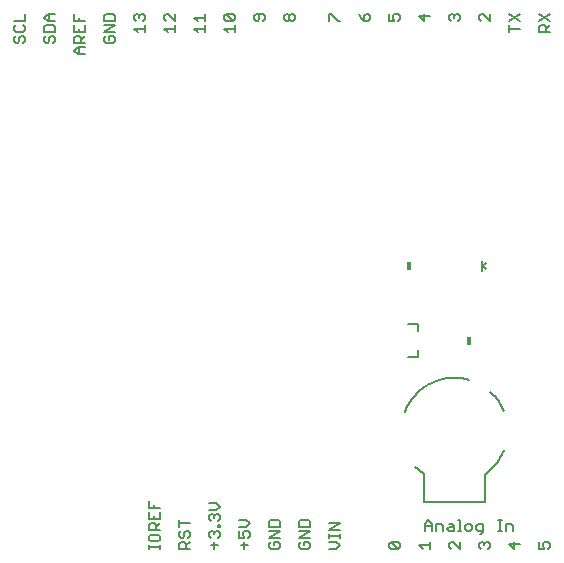
<source format=gto>
G75*
%MOIN*%
%OFA0B0*%
%FSLAX25Y25*%
%IPPOS*%
%LPD*%
%AMOC8*
5,1,8,0,0,1.08239X$1,22.5*
%
%ADD10C,0.00600*%
%ADD11C,0.00800*%
%ADD12R,0.01600X0.02800*%
D10*
X0521630Y0186318D02*
X0522198Y0185751D01*
X0522765Y0185751D01*
X0523332Y0186318D01*
X0523332Y0187452D01*
X0523899Y0188019D01*
X0524466Y0188019D01*
X0525033Y0187452D01*
X0525033Y0186318D01*
X0524466Y0185751D01*
X0521630Y0186318D02*
X0521630Y0187452D01*
X0522198Y0188019D01*
X0522198Y0189434D02*
X0524466Y0189434D01*
X0525033Y0190001D01*
X0525033Y0191135D01*
X0524466Y0191702D01*
X0525033Y0193117D02*
X0525033Y0195385D01*
X0525033Y0193117D02*
X0521630Y0193117D01*
X0522198Y0191702D02*
X0521630Y0191135D01*
X0521630Y0190001D01*
X0522198Y0189434D01*
X0531630Y0189434D02*
X0531630Y0191135D01*
X0532198Y0191702D01*
X0534466Y0191702D01*
X0535033Y0191135D01*
X0535033Y0189434D01*
X0531630Y0189434D01*
X0532198Y0188019D02*
X0531630Y0187452D01*
X0531630Y0186318D01*
X0532198Y0185751D01*
X0532765Y0185751D01*
X0533332Y0186318D01*
X0533332Y0187452D01*
X0533899Y0188019D01*
X0534466Y0188019D01*
X0535033Y0187452D01*
X0535033Y0186318D01*
X0534466Y0185751D01*
X0541630Y0185751D02*
X0541630Y0187452D01*
X0542198Y0188019D01*
X0543332Y0188019D01*
X0543899Y0187452D01*
X0543899Y0185751D01*
X0543899Y0186885D02*
X0545033Y0188019D01*
X0545033Y0189434D02*
X0545033Y0191702D01*
X0545033Y0193117D02*
X0541630Y0193117D01*
X0541630Y0195385D01*
X0543332Y0194251D02*
X0543332Y0193117D01*
X0541630Y0191702D02*
X0541630Y0189434D01*
X0545033Y0189434D01*
X0543332Y0189434D02*
X0543332Y0190568D01*
X0551630Y0189434D02*
X0555033Y0191702D01*
X0551630Y0191702D01*
X0551630Y0193117D02*
X0551630Y0194818D01*
X0552198Y0195385D01*
X0554466Y0195385D01*
X0555033Y0194818D01*
X0555033Y0193117D01*
X0551630Y0193117D01*
X0551630Y0189434D02*
X0555033Y0189434D01*
X0554466Y0188019D02*
X0553332Y0188019D01*
X0553332Y0186885D01*
X0554466Y0188019D02*
X0555033Y0187452D01*
X0555033Y0186318D01*
X0554466Y0185751D01*
X0552198Y0185751D01*
X0551630Y0186318D01*
X0551630Y0187452D01*
X0552198Y0188019D01*
X0545033Y0185751D02*
X0541630Y0185751D01*
X0542765Y0184336D02*
X0545033Y0184336D01*
X0543332Y0184336D02*
X0543332Y0182067D01*
X0542765Y0182067D02*
X0541630Y0183202D01*
X0542765Y0184336D01*
X0542765Y0182067D02*
X0545033Y0182067D01*
X0535033Y0193117D02*
X0532765Y0193117D01*
X0531630Y0194251D01*
X0532765Y0195385D01*
X0535033Y0195385D01*
X0533332Y0195385D02*
X0533332Y0193117D01*
X0561630Y0193684D02*
X0561630Y0194818D01*
X0562198Y0195385D01*
X0562765Y0195385D01*
X0563332Y0194818D01*
X0563899Y0195385D01*
X0564466Y0195385D01*
X0565033Y0194818D01*
X0565033Y0193684D01*
X0564466Y0193117D01*
X0565033Y0191702D02*
X0565033Y0189434D01*
X0565033Y0190568D02*
X0561630Y0190568D01*
X0562765Y0189434D01*
X0562198Y0193117D02*
X0561630Y0193684D01*
X0563332Y0194251D02*
X0563332Y0194818D01*
X0571630Y0194818D02*
X0571630Y0193684D01*
X0572198Y0193117D01*
X0571630Y0194818D02*
X0572198Y0195385D01*
X0572765Y0195385D01*
X0575033Y0193117D01*
X0575033Y0195385D01*
X0575033Y0191702D02*
X0575033Y0189434D01*
X0575033Y0190568D02*
X0571630Y0190568D01*
X0572765Y0189434D01*
X0581630Y0190568D02*
X0585033Y0190568D01*
X0585033Y0189434D02*
X0585033Y0191702D01*
X0585033Y0193117D02*
X0585033Y0195385D01*
X0585033Y0194251D02*
X0581630Y0194251D01*
X0582765Y0193117D01*
X0581630Y0190568D02*
X0582765Y0189434D01*
X0591630Y0190568D02*
X0592765Y0189434D01*
X0591630Y0190568D02*
X0595033Y0190568D01*
X0595033Y0189434D02*
X0595033Y0191702D01*
X0594466Y0193117D02*
X0592198Y0195385D01*
X0594466Y0195385D01*
X0595033Y0194818D01*
X0595033Y0193684D01*
X0594466Y0193117D01*
X0592198Y0193117D01*
X0591630Y0193684D01*
X0591630Y0194818D01*
X0592198Y0195385D01*
X0601630Y0194818D02*
X0601630Y0193684D01*
X0602198Y0193117D01*
X0602765Y0193117D01*
X0603332Y0193684D01*
X0603332Y0195385D01*
X0604466Y0195385D02*
X0602198Y0195385D01*
X0601630Y0194818D01*
X0604466Y0195385D02*
X0605033Y0194818D01*
X0605033Y0193684D01*
X0604466Y0193117D01*
X0611630Y0193684D02*
X0611630Y0194818D01*
X0612198Y0195385D01*
X0612765Y0195385D01*
X0613332Y0194818D01*
X0613332Y0193684D01*
X0612765Y0193117D01*
X0612198Y0193117D01*
X0611630Y0193684D01*
X0613332Y0193684D02*
X0613899Y0193117D01*
X0614466Y0193117D01*
X0615033Y0193684D01*
X0615033Y0194818D01*
X0614466Y0195385D01*
X0613899Y0195385D01*
X0613332Y0194818D01*
X0626630Y0195385D02*
X0626630Y0193117D01*
X0626630Y0195385D02*
X0627198Y0195385D01*
X0629466Y0193117D01*
X0630033Y0193117D01*
X0636630Y0195385D02*
X0637198Y0194251D01*
X0638332Y0193117D01*
X0638332Y0194818D01*
X0638899Y0195385D01*
X0639466Y0195385D01*
X0640033Y0194818D01*
X0640033Y0193684D01*
X0639466Y0193117D01*
X0638332Y0193117D01*
X0646630Y0193117D02*
X0646630Y0195385D01*
X0647765Y0194818D02*
X0648332Y0195385D01*
X0649466Y0195385D01*
X0650033Y0194818D01*
X0650033Y0193684D01*
X0649466Y0193117D01*
X0648332Y0193117D02*
X0647765Y0194251D01*
X0647765Y0194818D01*
X0648332Y0193117D02*
X0646630Y0193117D01*
X0656630Y0194818D02*
X0658332Y0193117D01*
X0658332Y0195385D01*
X0660033Y0194818D02*
X0656630Y0194818D01*
X0666630Y0194818D02*
X0666630Y0193684D01*
X0667198Y0193117D01*
X0668332Y0194251D02*
X0668332Y0194818D01*
X0668899Y0195385D01*
X0669466Y0195385D01*
X0670033Y0194818D01*
X0670033Y0193684D01*
X0669466Y0193117D01*
X0668332Y0194818D02*
X0667765Y0195385D01*
X0667198Y0195385D01*
X0666630Y0194818D01*
X0676630Y0194818D02*
X0676630Y0193684D01*
X0677198Y0193117D01*
X0676630Y0194818D02*
X0677198Y0195385D01*
X0677765Y0195385D01*
X0680033Y0193117D01*
X0680033Y0195385D01*
X0686630Y0195385D02*
X0690033Y0193117D01*
X0690033Y0195385D02*
X0686630Y0193117D01*
X0686630Y0191702D02*
X0686630Y0189434D01*
X0686630Y0190568D02*
X0690033Y0190568D01*
X0696630Y0191135D02*
X0696630Y0189434D01*
X0700033Y0189434D01*
X0698899Y0189434D02*
X0698899Y0191135D01*
X0698332Y0191702D01*
X0697198Y0191702D01*
X0696630Y0191135D01*
X0696630Y0193117D02*
X0700033Y0195385D01*
X0700033Y0193117D02*
X0696630Y0195385D01*
X0700033Y0191702D02*
X0698899Y0190568D01*
X0588899Y0032410D02*
X0586630Y0032410D01*
X0586630Y0030141D02*
X0588899Y0030141D01*
X0590033Y0031275D01*
X0588899Y0032410D01*
X0588899Y0028726D02*
X0589466Y0028726D01*
X0590033Y0028159D01*
X0590033Y0027025D01*
X0589466Y0026458D01*
X0589466Y0025183D02*
X0590033Y0025183D01*
X0590033Y0024616D01*
X0589466Y0024616D01*
X0589466Y0025183D01*
X0589466Y0023202D02*
X0590033Y0022635D01*
X0590033Y0021500D01*
X0589466Y0020933D01*
X0588332Y0022067D02*
X0588332Y0022635D01*
X0588899Y0023202D01*
X0589466Y0023202D01*
X0588332Y0022635D02*
X0587765Y0023202D01*
X0587198Y0023202D01*
X0586630Y0022635D01*
X0586630Y0021500D01*
X0587198Y0020933D01*
X0588332Y0019519D02*
X0588332Y0017250D01*
X0587198Y0018384D02*
X0589466Y0018384D01*
X0596630Y0020933D02*
X0598332Y0020933D01*
X0597765Y0022067D01*
X0597765Y0022635D01*
X0598332Y0023202D01*
X0599466Y0023202D01*
X0600033Y0022635D01*
X0600033Y0021500D01*
X0599466Y0020933D01*
X0598332Y0019519D02*
X0598332Y0017250D01*
X0597198Y0018384D02*
X0599466Y0018384D01*
X0596630Y0020933D02*
X0596630Y0023202D01*
X0596630Y0024616D02*
X0598899Y0024616D01*
X0600033Y0025751D01*
X0598899Y0026885D01*
X0596630Y0026885D01*
X0588899Y0028726D02*
X0588332Y0028159D01*
X0588332Y0027592D01*
X0588332Y0028159D02*
X0587765Y0028726D01*
X0587198Y0028726D01*
X0586630Y0028159D01*
X0586630Y0027025D01*
X0587198Y0026458D01*
X0580033Y0025751D02*
X0576630Y0025751D01*
X0576630Y0026885D02*
X0576630Y0024616D01*
X0577198Y0023202D02*
X0576630Y0022635D01*
X0576630Y0021500D01*
X0577198Y0020933D01*
X0577765Y0020933D01*
X0578332Y0021500D01*
X0578332Y0022635D01*
X0578899Y0023202D01*
X0579466Y0023202D01*
X0580033Y0022635D01*
X0580033Y0021500D01*
X0579466Y0020933D01*
X0580033Y0019519D02*
X0578899Y0018384D01*
X0578899Y0018951D02*
X0578899Y0017250D01*
X0580033Y0017250D02*
X0576630Y0017250D01*
X0576630Y0018951D01*
X0577198Y0019519D01*
X0578332Y0019519D01*
X0578899Y0018951D01*
X0570033Y0018384D02*
X0570033Y0017250D01*
X0570033Y0017817D02*
X0566630Y0017817D01*
X0566630Y0017250D02*
X0566630Y0018384D01*
X0567198Y0019705D02*
X0569466Y0019705D01*
X0570033Y0020273D01*
X0570033Y0021407D01*
X0569466Y0021974D01*
X0567198Y0021974D01*
X0566630Y0021407D01*
X0566630Y0020273D01*
X0567198Y0019705D01*
X0566630Y0023389D02*
X0566630Y0025090D01*
X0567198Y0025657D01*
X0568332Y0025657D01*
X0568899Y0025090D01*
X0568899Y0023389D01*
X0568899Y0024523D02*
X0570033Y0025657D01*
X0570033Y0027072D02*
X0570033Y0029340D01*
X0570033Y0030755D02*
X0566630Y0030755D01*
X0566630Y0033023D01*
X0568332Y0031889D02*
X0568332Y0030755D01*
X0566630Y0029340D02*
X0566630Y0027072D01*
X0570033Y0027072D01*
X0568332Y0027072D02*
X0568332Y0028206D01*
X0570033Y0023389D02*
X0566630Y0023389D01*
X0606630Y0023202D02*
X0610033Y0023202D01*
X0606630Y0020933D01*
X0610033Y0020933D01*
X0609466Y0019519D02*
X0608332Y0019519D01*
X0608332Y0018384D01*
X0609466Y0017250D02*
X0610033Y0017817D01*
X0610033Y0018951D01*
X0609466Y0019519D01*
X0607198Y0019519D02*
X0606630Y0018951D01*
X0606630Y0017817D01*
X0607198Y0017250D01*
X0609466Y0017250D01*
X0616630Y0017817D02*
X0617198Y0017250D01*
X0619466Y0017250D01*
X0620033Y0017817D01*
X0620033Y0018951D01*
X0619466Y0019519D01*
X0618332Y0019519D01*
X0618332Y0018384D01*
X0617198Y0019519D02*
X0616630Y0018951D01*
X0616630Y0017817D01*
X0616630Y0020933D02*
X0620033Y0023202D01*
X0616630Y0023202D01*
X0616630Y0024616D02*
X0616630Y0026318D01*
X0617198Y0026885D01*
X0619466Y0026885D01*
X0620033Y0026318D01*
X0620033Y0024616D01*
X0616630Y0024616D01*
X0616630Y0020933D02*
X0620033Y0020933D01*
X0626630Y0020933D02*
X0626630Y0022067D01*
X0626630Y0021500D02*
X0630033Y0021500D01*
X0630033Y0020933D02*
X0630033Y0022067D01*
X0630033Y0023389D02*
X0626630Y0023389D01*
X0630033Y0025657D01*
X0626630Y0025657D01*
X0626630Y0019519D02*
X0628899Y0019519D01*
X0630033Y0018384D01*
X0628899Y0017250D01*
X0626630Y0017250D01*
X0646630Y0017817D02*
X0646630Y0018951D01*
X0647198Y0019519D01*
X0649466Y0017250D01*
X0650033Y0017817D01*
X0650033Y0018951D01*
X0649466Y0019519D01*
X0647198Y0019519D01*
X0646630Y0017817D02*
X0647198Y0017250D01*
X0649466Y0017250D01*
X0656630Y0018384D02*
X0660033Y0018384D01*
X0660033Y0017250D02*
X0660033Y0019519D01*
X0657765Y0017250D02*
X0656630Y0018384D01*
X0658440Y0023250D02*
X0658440Y0025519D01*
X0659575Y0026653D01*
X0660709Y0025519D01*
X0660709Y0023250D01*
X0662124Y0023250D02*
X0662124Y0025519D01*
X0663825Y0025519D01*
X0664392Y0024951D01*
X0664392Y0023250D01*
X0665807Y0023817D02*
X0666374Y0023250D01*
X0668075Y0023250D01*
X0668075Y0024951D01*
X0667508Y0025519D01*
X0666374Y0025519D01*
X0666374Y0024384D02*
X0668075Y0024384D01*
X0666374Y0024384D02*
X0665807Y0023817D01*
X0669490Y0023250D02*
X0670624Y0023250D01*
X0670057Y0023250D02*
X0670057Y0026653D01*
X0669490Y0026653D01*
X0671945Y0024951D02*
X0671945Y0023817D01*
X0672512Y0023250D01*
X0673647Y0023250D01*
X0674214Y0023817D01*
X0674214Y0024951D01*
X0673647Y0025519D01*
X0672512Y0025519D01*
X0671945Y0024951D01*
X0675628Y0024951D02*
X0675628Y0023817D01*
X0676196Y0023250D01*
X0677897Y0023250D01*
X0677897Y0022683D02*
X0677897Y0025519D01*
X0676196Y0025519D01*
X0675628Y0024951D01*
X0676763Y0022116D02*
X0677330Y0022116D01*
X0677897Y0022683D01*
X0677765Y0019519D02*
X0678332Y0018951D01*
X0678899Y0019519D01*
X0679466Y0019519D01*
X0680033Y0018951D01*
X0680033Y0017817D01*
X0679466Y0017250D01*
X0678332Y0018384D02*
X0678332Y0018951D01*
X0677765Y0019519D02*
X0677198Y0019519D01*
X0676630Y0018951D01*
X0676630Y0017817D01*
X0677198Y0017250D01*
X0670033Y0017250D02*
X0667765Y0019519D01*
X0667198Y0019519D01*
X0666630Y0018951D01*
X0666630Y0017817D01*
X0667198Y0017250D01*
X0670033Y0017250D02*
X0670033Y0019519D01*
X0682995Y0023250D02*
X0684129Y0023250D01*
X0683562Y0023250D02*
X0683562Y0026653D01*
X0682995Y0026653D02*
X0684129Y0026653D01*
X0685450Y0025519D02*
X0687152Y0025519D01*
X0687719Y0024951D01*
X0687719Y0023250D01*
X0685450Y0023250D02*
X0685450Y0025519D01*
X0688332Y0019519D02*
X0688332Y0017250D01*
X0686630Y0018951D01*
X0690033Y0018951D01*
X0696630Y0019519D02*
X0696630Y0017250D01*
X0698332Y0017250D01*
X0697765Y0018384D01*
X0697765Y0018951D01*
X0698332Y0019519D01*
X0699466Y0019519D01*
X0700033Y0018951D01*
X0700033Y0017817D01*
X0699466Y0017250D01*
X0660709Y0024951D02*
X0658440Y0024951D01*
X0610033Y0024616D02*
X0610033Y0026318D01*
X0609466Y0026885D01*
X0607198Y0026885D01*
X0606630Y0026318D01*
X0606630Y0024616D01*
X0610033Y0024616D01*
D11*
X0658097Y0032878D02*
X0658097Y0042327D01*
X0658097Y0032878D02*
X0678570Y0032878D01*
X0678570Y0041933D01*
X0684833Y0063000D02*
X0684672Y0063388D01*
X0684503Y0063772D01*
X0684324Y0064151D01*
X0684136Y0064527D01*
X0683940Y0064897D01*
X0683734Y0065263D01*
X0683520Y0065624D01*
X0683298Y0065980D01*
X0683068Y0066331D01*
X0682829Y0066676D01*
X0682582Y0067015D01*
X0682327Y0067348D01*
X0682064Y0067675D01*
X0681794Y0067996D01*
X0681516Y0068311D01*
X0681231Y0068619D01*
X0680939Y0068920D01*
X0680639Y0069214D01*
X0680333Y0069501D01*
X0673333Y0073500D02*
X0672923Y0073617D01*
X0672510Y0073725D01*
X0672094Y0073822D01*
X0671676Y0073909D01*
X0671256Y0073986D01*
X0670834Y0074053D01*
X0670411Y0074110D01*
X0669987Y0074156D01*
X0669561Y0074192D01*
X0669135Y0074218D01*
X0668708Y0074233D01*
X0668282Y0074238D01*
X0667855Y0074233D01*
X0667428Y0074217D01*
X0667002Y0074191D01*
X0666576Y0074155D01*
X0666152Y0074108D01*
X0665729Y0074051D01*
X0665307Y0073984D01*
X0664887Y0073906D01*
X0664470Y0073819D01*
X0664054Y0073721D01*
X0663641Y0073613D01*
X0663230Y0073496D01*
X0662823Y0073368D01*
X0662419Y0073231D01*
X0662018Y0073083D01*
X0661621Y0072926D01*
X0661228Y0072760D01*
X0660839Y0072584D01*
X0660454Y0072399D01*
X0660074Y0072204D01*
X0659699Y0072000D01*
X0659329Y0071788D01*
X0658964Y0071566D01*
X0658605Y0071335D01*
X0658251Y0071096D01*
X0657903Y0070849D01*
X0657561Y0070593D01*
X0657226Y0070328D01*
X0656897Y0070056D01*
X0656575Y0069776D01*
X0656260Y0069488D01*
X0655952Y0069193D01*
X0655651Y0068890D01*
X0655357Y0068580D01*
X0655071Y0068263D01*
X0654793Y0067939D01*
X0654523Y0067608D01*
X0654261Y0067271D01*
X0654007Y0066928D01*
X0653761Y0066579D01*
X0653524Y0066223D01*
X0653296Y0065863D01*
X0653077Y0065496D01*
X0652866Y0065125D01*
X0652665Y0064748D01*
X0652473Y0064367D01*
X0652290Y0063981D01*
X0652116Y0063591D01*
X0651952Y0063197D01*
X0651798Y0062799D01*
X0655333Y0044500D02*
X0655587Y0044255D01*
X0655846Y0044016D01*
X0656110Y0043783D01*
X0656380Y0043556D01*
X0656654Y0043335D01*
X0656933Y0043120D01*
X0657218Y0042912D01*
X0657506Y0042710D01*
X0657800Y0042515D01*
X0658097Y0042326D01*
X0678570Y0041934D02*
X0678932Y0042213D01*
X0679288Y0042500D01*
X0679637Y0042797D01*
X0679979Y0043101D01*
X0680313Y0043414D01*
X0680640Y0043734D01*
X0680959Y0044062D01*
X0681270Y0044398D01*
X0681573Y0044741D01*
X0681867Y0045092D01*
X0682153Y0045449D01*
X0682431Y0045813D01*
X0682699Y0046184D01*
X0682959Y0046561D01*
X0683209Y0046944D01*
X0683450Y0047333D01*
X0683682Y0047727D01*
X0683905Y0048127D01*
X0684117Y0048533D01*
X0684320Y0048943D01*
X0684513Y0049358D01*
X0684696Y0049777D01*
X0684869Y0050201D01*
X0656089Y0080988D02*
X0652940Y0080988D01*
X0656089Y0080988D02*
X0656089Y0083350D01*
X0656089Y0089650D02*
X0656089Y0092012D01*
X0652940Y0092012D01*
X0677664Y0109689D02*
X0677664Y0111500D01*
X0678885Y0112420D01*
X0677664Y0113311D02*
X0677664Y0111500D01*
X0677725Y0111400D02*
X0678885Y0110640D01*
D12*
X0653333Y0111500D03*
X0673333Y0086500D03*
M02*

</source>
